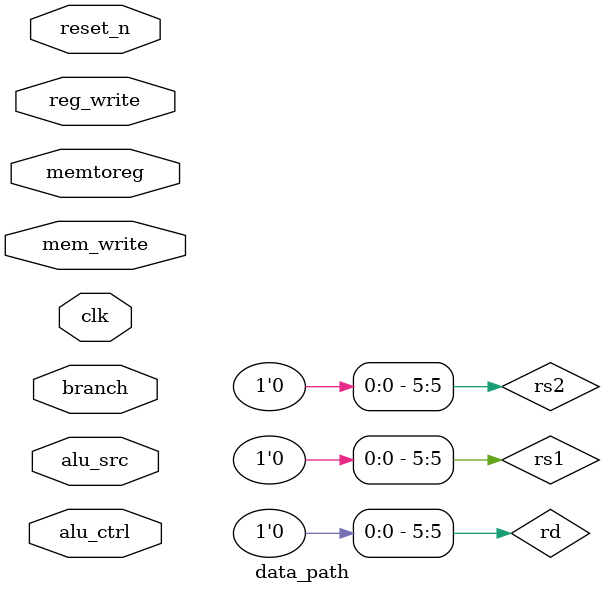
<source format=sv>
`timescale 1ns / 1ps


module data_path(
    input logic clk,
    input logic reset_n,
    input logic reg_write,
    input logic alu_src,
    input logic [3:0] alu_ctrl,
    input logic branch,
    input logic mem_write,
    input logic memtoreg
    
    );
    localparam WIDTH = 32;
    localparam INST_DEPTH = 256;
    localparam DATA_DEPTH = 1024;
    
    // PROGRAM COUNTER
    logic [WIDTH-1:0] next_pc, current_pc, pc_plus_4;
    
    program_counter #(.n(WIDTH)) pc_inst(
        .clk(clk),
        .reset_n(reset_n),
        .data_in(next_pc),
        .data_o(current_pc)
        );
    
    assign pc_plus_4 = current_pc + 4;
    
    // INSTRUCTION MEMORY
    logic [WIDTH-1:0] inst;
        
    inst_mem #(.ADDR_WIDTH(WIDTH),
        .INST_WIDTH(WIDTH),
        .DEPTH(INST_DEPTH)
    ) inst_mem_inst(
        .addr(current_pc), 
        .inst(inst)
    );
    
    // REGISTER FILE
    logic [$clog2(WIDTH):0] rs1, rs2, rd;
    logic [WIDTH-1:0] reg_rdata1, reg_rdata2, reg_wdata;
    
    assign rs1 = inst[19:15];
    assign rs2 = inst[24:20];
    assign rd = inst[11:7];
    
    reg_file #(.WIDTH(WIDTH)) reg_file_inst(
        .clk(clk),
        .reset_n(reset_n),
        .reg_write(reg_write),
        .raddr1(rs1),
        .raddr2(rs2),
        .waddr(rd),
        .wdata(reg_wdata),
        .rdata1(reg_rdata1),
        .rdata2(reg_rdata2)
    );
    
    // IMMEDIATE GENERATOR
    logic [31:0] imm;
    
    imm_gen imm_gen_inst(
    .inst(inst),
    .imm(imm)
    );
    
    // ALU
    logic [WIDTH-1:0] alu_op2, alu_result;
    logic zero;
    
    assign alu_op2 = alu_src ? imm : reg_rdata2;
    
    alu #(.WIDTH(WIDTH)) alu_inst(
        .op1(reg_rdata1),
        .op2(alu_op2),
        .alu_ctrl(alu_ctrl),
        .alu_result(alu_result),
        .zero(zero)
    );
    
    // DATA MEMORY
    logic [WIDTH-1:0] mem_rdata;
    
    data_mem #(.WIDTH(WIDTH), 
        .DEPTH(DATA_DEPTH)
        ) data_mem_inst(
        .clk(clk),
        .reset_n(reset_n),
        .mem_write(mem_write),
        .addr(alu_result),
        .wdata(reg_rdata2),
        .rdata(mem_rdata)
    ); 
    
    assign reg_wdata = memtoreg ? mem_rdata : alu_result;
    
    // JUMP LOGIC
    logic [WIDTH-1:0] pc_jump;
    logic pc_sel;
    
    assign pc_jump = current_pc + imm;
    assign pc_sel = branch & zero;
    assign next_pc = pc_sel ? pc_jump : pc_plus_4;
    
endmodule

</source>
